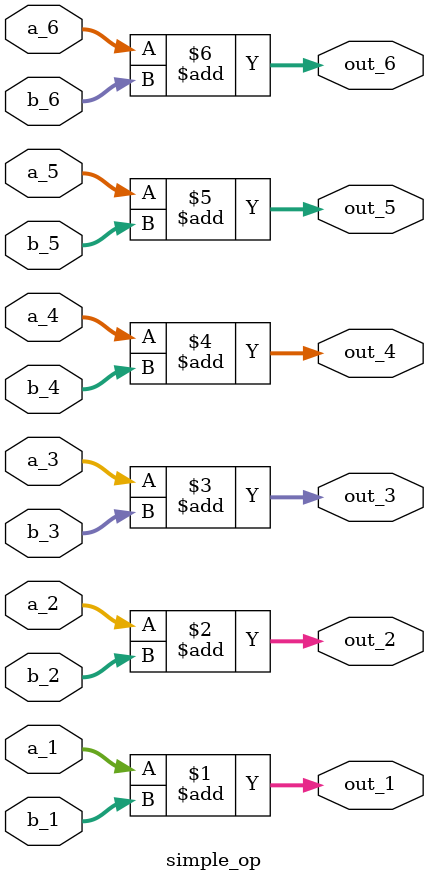
<source format=v>
`define N_ADDER 4
`define N_BIT 8

module simple_op(
    a_1,
    b_1,    
    out_1,
    a_2,
    b_2,    
    out_2,
    a_3,
    b_3,    
    out_3,
    a_4,
    b_4,    
    out_4,
    a_5,
    b_5,    
    out_5,
    a_6,
    b_6,    
    out_6
    );

    input   [`N_BIT-1:0]a_1;
    input   [`N_BIT-1:0]b_1;
    output  [`N_BIT-1:0]out_1;


    input   [`N_BIT-1:0]a_2;
    input   [`N_BIT-1:0]b_2;
    output  [`N_BIT-1:0]out_2;

    input   [`N_BIT-1:0]a_3;
    input   [`N_BIT-1:0]b_3;
    output  [`N_BIT-1:0]out_3;

    input   [`N_BIT-1:0]a_4;
    input   [`N_BIT-1:0]b_4;
    output  [`N_BIT-1:0]out_4;

    input   [`N_BIT-1:0]a_5;
    input   [`N_BIT-1:0]b_5;
    output  [`N_BIT-1:0]out_5;

    input   [`N_BIT-1:0]a_6;
    input   [`N_BIT-1:0]b_6;
    output  [`N_BIT-1:0]out_6;

            assign out_1 = a_1 + b_1;
            assign out_2 = a_2 + b_2;
            assign out_3 = a_3 + b_3;
            assign out_4 = a_4 + b_4;
            assign out_5 = a_5 + b_5;
            assign out_6 = a_6 + b_6;


endmodule
</source>
